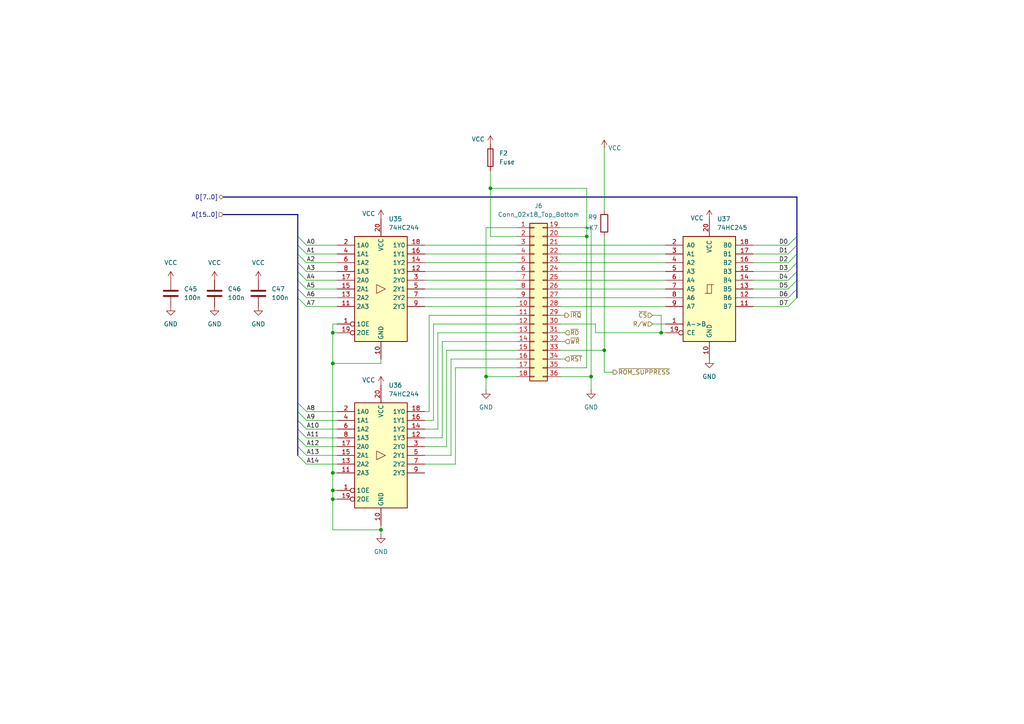
<source format=kicad_sch>
(kicad_sch (version 20231120) (generator "eeschema") (generator_version "8.0")
  (paper "A4")
  (lib_symbols
    (symbol "74xx:74HC244"
      (property "Reference" "U" (at -7.62 16.51 0))
      (property "Value" "74HC244" (at -7.62 -16.51 0))
      (symbol "74HC244_1_0"
        (polyline (pts (xy 1.27 0) (xy -1.27 1.27) (xy -1.27 -1.27) (xy 1.27 0)) (stroke (width 0.1524)))
        (pin input inverted (at -12.7 -10.16 0) (length 5.08) (name "1OE") (number "1"))
        (pin power_in line (at 0 -20.32 90) (length 5.08) (name "GND") (number "10"))
        (pin input line (at -12.7 -5.08 0) (length 5.08) (name "2A3") (number "11"))
        (pin tri_state line (at 12.7 5.08 180) (length 5.08) (name "1Y3") (number "12"))
        (pin input line (at -12.7 -2.54 0) (length 5.08) (name "2A2") (number "13"))
        (pin tri_state line (at 12.7 7.62 180) (length 5.08) (name "1Y2") (number "14"))
        (pin input line (at -12.7 0 0) (length 5.08) (name "2A1") (number "15"))
        (pin tri_state line (at 12.7 10.16 180) (length 5.08) (name "1Y1") (number "16"))
        (pin input line (at -12.7 2.54 0) (length 5.08) (name "2A0") (number "17"))
        (pin tri_state line (at 12.7 12.7 180) (length 5.08) (name "1Y0") (number "18"))
        (pin input inverted (at -12.7 -12.7 0) (length 5.08) (name "2OE") (number "19"))
        (pin input line (at -12.7 12.7 0) (length 5.08) (name "1A0") (number "2"))
        (pin power_in line (at 0 20.32 270) (length 5.08) (name "VCC") (number "20"))
        (pin tri_state line (at 12.7 2.54 180) (length 5.08) (name "2Y0") (number "3"))
        (pin input line (at -12.7 10.16 0) (length 5.08) (name "1A1") (number "4"))
        (pin tri_state line (at 12.7 0 180) (length 5.08) (name "2Y1") (number "5"))
        (pin input line (at -12.7 7.62 0) (length 5.08) (name "1A2") (number "6"))
        (pin tri_state line (at 12.7 -2.54 180) (length 5.08) (name "2Y2") (number "7"))
        (pin input line (at -12.7 5.08 0) (length 5.08) (name "1A3") (number "8"))
        (pin tri_state line (at 12.7 -5.08 180) (length 5.08) (name "2Y3") (number "9"))
      )
      (symbol "74HC244_1_1"
        (rectangle (start -7.62 15.24) (end 7.62 -15.24) (stroke (width 0.254)) (fill (type background)))
      )
    )
    (symbol "74xx:74HC245" (pin_names (offset 1.016))
      (property "Reference" "U" (at -7.62 16.51 0))
      (property "Value" "74HC245" (at -7.62 -16.51 0))
      (symbol "74HC245_1_0"
        (polyline (pts (xy -0.635 -1.27) (xy -0.635 1.27) (xy 0.635 1.27)))
        (polyline (pts (xy -1.27 -1.27) (xy 0.635 -1.27) (xy 0.635 1.27) (xy 1.27 1.27)))
        (pin input line (at -12.7 -10.16 0) (length 5.08) (name "A->B") (number "1"))
        (pin power_in line (at 0 -20.32 90) (length 5.08) (name "GND") (number "10"))
        (pin tri_state line (at 12.7 -5.08 180) (length 5.08) (name "B7") (number "11"))
        (pin tri_state line (at 12.7 -2.54 180) (length 5.08) (name "B6") (number "12"))
        (pin tri_state line (at 12.7 0 180) (length 5.08) (name "B5") (number "13"))
        (pin tri_state line (at 12.7 2.54 180) (length 5.08) (name "B4") (number "14"))
        (pin tri_state line (at 12.7 5.08 180) (length 5.08) (name "B3") (number "15"))
        (pin tri_state line (at 12.7 7.62 180) (length 5.08) (name "B2") (number "16"))
        (pin tri_state line (at 12.7 10.16 180) (length 5.08) (name "B1") (number "17"))
        (pin tri_state line (at 12.7 12.7 180) (length 5.08) (name "B0") (number "18"))
        (pin input inverted (at -12.7 -12.7 0) (length 5.08) (name "CE") (number "19"))
        (pin tri_state line (at -12.7 12.7 0) (length 5.08) (name "A0") (number "2"))
        (pin power_in line (at 0 20.32 270) (length 5.08) (name "VCC") (number "20"))
        (pin tri_state line (at -12.7 10.16 0) (length 5.08) (name "A1") (number "3"))
        (pin tri_state line (at -12.7 7.62 0) (length 5.08) (name "A2") (number "4"))
        (pin tri_state line (at -12.7 5.08 0) (length 5.08) (name "A3") (number "5"))
        (pin tri_state line (at -12.7 2.54 0) (length 5.08) (name "A4") (number "6"))
        (pin tri_state line (at -12.7 0 0) (length 5.08) (name "A5") (number "7"))
        (pin tri_state line (at -12.7 -2.54 0) (length 5.08) (name "A6") (number "8"))
        (pin tri_state line (at -12.7 -5.08 0) (length 5.08) (name "A7") (number "9"))
      )
      (symbol "74HC245_1_1"
        (rectangle (start -7.62 15.24) (end 7.62 -15.24) (stroke (width 0.254)) (fill (type background)))
      )
    )
    (symbol "Connector_Generic:Conn_02x18_Top_Bottom" (pin_names (offset 1.016) hide)
      (property "Reference" "J" (at 1.27 22.86 0))
      (property "Value" "Conn_02x18_Top_Bottom" (at 1.27 -25.4 0))
      (symbol "Conn_02x18_Top_Bottom_1_1"
        (rectangle (start -1.27 -22.733) (end 0 -22.987) (stroke (width 0.1524)))
        (rectangle (start -1.27 -20.193) (end 0 -20.447) (stroke (width 0.1524)))
        (rectangle (start -1.27 -17.653) (end 0 -17.907) (stroke (width 0.1524)))
        (rectangle (start -1.27 -15.113) (end 0 -15.367) (stroke (width 0.1524)))
        (rectangle (start -1.27 -12.573) (end 0 -12.827) (stroke (width 0.1524)))
        (rectangle (start -1.27 -10.033) (end 0 -10.287) (stroke (width 0.1524)))
        (rectangle (start -1.27 -7.493) (end 0 -7.747) (stroke (width 0.1524)))
        (rectangle (start -1.27 -4.953) (end 0 -5.207) (stroke (width 0.1524)))
        (rectangle (start -1.27 -2.413) (end 0 -2.667) (stroke (width 0.1524)))
        (rectangle (start -1.27 0.127) (end 0 -0.127) (stroke (width 0.1524)))
        (rectangle (start -1.27 2.667) (end 0 2.413) (stroke (width 0.1524)))
        (rectangle (start -1.27 5.207) (end 0 4.953) (stroke (width 0.1524)))
        (rectangle (start -1.27 7.747) (end 0 7.493) (stroke (width 0.1524)))
        (rectangle (start -1.27 10.287) (end 0 10.033) (stroke (width 0.1524)))
        (rectangle (start -1.27 12.827) (end 0 12.573) (stroke (width 0.1524)))
        (rectangle (start -1.27 15.367) (end 0 15.113) (stroke (width 0.1524)))
        (rectangle (start -1.27 17.907) (end 0 17.653) (stroke (width 0.1524)))
        (rectangle (start -1.27 20.447) (end 0 20.193) (stroke (width 0.1524)))
        (rectangle (start -1.27 21.59) (end 3.81 -24.13) (stroke (width 0.254)) (fill (type background)))
        (rectangle (start 3.81 -22.733) (end 2.54 -22.987) (stroke (width 0.1524)))
        (rectangle (start 3.81 -20.193) (end 2.54 -20.447) (stroke (width 0.1524)))
        (rectangle (start 3.81 -17.653) (end 2.54 -17.907) (stroke (width 0.1524)))
        (rectangle (start 3.81 -15.113) (end 2.54 -15.367) (stroke (width 0.1524)))
        (rectangle (start 3.81 -12.573) (end 2.54 -12.827) (stroke (width 0.1524)))
        (rectangle (start 3.81 -10.033) (end 2.54 -10.287) (stroke (width 0.1524)))
        (rectangle (start 3.81 -7.493) (end 2.54 -7.747) (stroke (width 0.1524)))
        (rectangle (start 3.81 -4.953) (end 2.54 -5.207) (stroke (width 0.1524)))
        (rectangle (start 3.81 -2.413) (end 2.54 -2.667) (stroke (width 0.1524)))
        (rectangle (start 3.81 0.127) (end 2.54 -0.127) (stroke (width 0.1524)))
        (rectangle (start 3.81 2.667) (end 2.54 2.413) (stroke (width 0.1524)))
        (rectangle (start 3.81 5.207) (end 2.54 4.953) (stroke (width 0.1524)))
        (rectangle (start 3.81 7.747) (end 2.54 7.493) (stroke (width 0.1524)))
        (rectangle (start 3.81 10.287) (end 2.54 10.033) (stroke (width 0.1524)))
        (rectangle (start 3.81 12.827) (end 2.54 12.573) (stroke (width 0.1524)))
        (rectangle (start 3.81 15.367) (end 2.54 15.113) (stroke (width 0.1524)))
        (rectangle (start 3.81 17.907) (end 2.54 17.653) (stroke (width 0.1524)))
        (rectangle (start 3.81 20.447) (end 2.54 20.193) (stroke (width 0.1524)))
        (pin passive line (at -5.08 20.32 0) (length 3.81) (name "Pin_1") (number "1"))
        (pin passive line (at -5.08 -2.54 0) (length 3.81) (name "Pin_10") (number "10"))
        (pin passive line (at -5.08 -5.08 0) (length 3.81) (name "Pin_11") (number "11"))
        (pin passive line (at -5.08 -7.62 0) (length 3.81) (name "Pin_12") (number "12"))
        (pin passive line (at -5.08 -10.16 0) (length 3.81) (name "Pin_13") (number "13"))
        (pin passive line (at -5.08 -12.7 0) (length 3.81) (name "Pin_14") (number "14"))
        (pin passive line (at -5.08 -15.24 0) (length 3.81) (name "Pin_15") (number "15"))
        (pin passive line (at -5.08 -17.78 0) (length 3.81) (name "Pin_16") (number "16"))
        (pin passive line (at -5.08 -20.32 0) (length 3.81) (name "Pin_17") (number "17"))
        (pin passive line (at -5.08 -22.86 0) (length 3.81) (name "Pin_18") (number "18"))
        (pin passive line (at 7.62 20.32 180) (length 3.81) (name "Pin_19") (number "19"))
        (pin passive line (at -5.08 17.78 0) (length 3.81) (name "Pin_2") (number "2"))
        (pin passive line (at 7.62 17.78 180) (length 3.81) (name "Pin_20") (number "20"))
        (pin passive line (at 7.62 15.24 180) (length 3.81) (name "Pin_21") (number "21"))
        (pin passive line (at 7.62 12.7 180) (length 3.81) (name "Pin_22") (number "22"))
        (pin passive line (at 7.62 10.16 180) (length 3.81) (name "Pin_23") (number "23"))
        (pin passive line (at 7.62 7.62 180) (length 3.81) (name "Pin_24") (number "24"))
        (pin passive line (at 7.62 5.08 180) (length 3.81) (name "Pin_25") (number "25"))
        (pin passive line (at 7.62 2.54 180) (length 3.81) (name "Pin_26") (number "26"))
        (pin passive line (at 7.62 0 180) (length 3.81) (name "Pin_27") (number "27"))
        (pin passive line (at 7.62 -2.54 180) (length 3.81) (name "Pin_28") (number "28"))
        (pin passive line (at 7.62 -5.08 180) (length 3.81) (name "Pin_29") (number "29"))
        (pin passive line (at -5.08 15.24 0) (length 3.81) (name "Pin_3") (number "3"))
        (pin passive line (at 7.62 -7.62 180) (length 3.81) (name "Pin_30") (number "30"))
        (pin passive line (at 7.62 -10.16 180) (length 3.81) (name "Pin_31") (number "31"))
        (pin passive line (at 7.62 -12.7 180) (length 3.81) (name "Pin_32") (number "32"))
        (pin passive line (at 7.62 -15.24 180) (length 3.81) (name "Pin_33") (number "33"))
        (pin passive line (at 7.62 -17.78 180) (length 3.81) (name "Pin_34") (number "34"))
        (pin passive line (at 7.62 -20.32 180) (length 3.81) (name "Pin_35") (number "35"))
        (pin passive line (at 7.62 -22.86 180) (length 3.81) (name "Pin_36") (number "36"))
        (pin passive line (at -5.08 12.7 0) (length 3.81) (name "Pin_4") (number "4"))
        (pin passive line (at -5.08 10.16 0) (length 3.81) (name "Pin_5") (number "5"))
        (pin passive line (at -5.08 7.62 0) (length 3.81) (name "Pin_6") (number "6"))
        (pin passive line (at -5.08 5.08 0) (length 3.81) (name "Pin_7") (number "7"))
        (pin passive line (at -5.08 2.54 0) (length 3.81) (name "Pin_8") (number "8"))
        (pin passive line (at -5.08 0 0) (length 3.81) (name "Pin_9") (number "9"))
      )
    )
    (symbol "Device:C" (pin_numbers hide) (pin_names (offset 0.254))
      (property "Reference" "C" (at 0.635 2.54 0))
      (property "Value" "C" (at 0.635 -2.54 0))
      (symbol "C_0_1"
        (polyline (pts (xy -2.032 -0.762) (xy 2.032 -0.762)) (stroke (width 0.508)))
        (polyline (pts (xy -2.032 0.762) (xy 2.032 0.762)) (stroke (width 0.508)))
      )
      (symbol "C_1_1"
        (pin passive line (at 0 3.81 270) (length 2.794) (name "~") (number "1"))
        (pin passive line (at 0 -3.81 90) (length 2.794) (name "~") (number "2"))
      )
    )
    (symbol "Device:Fuse" (pin_numbers hide) (pin_names (offset 0))
      (property "Reference" "F" (at 2.032 0 90))
      (property "Value" "Fuse" (at -1.905 0 90))
      (symbol "Fuse_0_1"
        (rectangle (start -0.762 -2.54) (end 0.762 2.54) (stroke (width 0.254)))
        (polyline (pts (xy 0 2.54) (xy 0 -2.54)))
      )
      (symbol "Fuse_1_1"
        (pin passive line (at 0 3.81 270) (length 1.27) (name "~") (number "1"))
        (pin passive line (at 0 -3.81 90) (length 1.27) (name "~") (number "2"))
      )
    )
    (symbol "Device:R" (pin_numbers hide) (pin_names (offset 0))
      (property "Reference" "R" (at 2.032 0 90))
      (property "Value" "R" (at 0 0 90))
      (symbol "R_0_1"
        (rectangle (start -1.016 -2.54) (end 1.016 2.54) (stroke (width 0.254)))
      )
      (symbol "R_1_1"
        (pin passive line (at 0 3.81 270) (length 1.27) (name "~") (number "1"))
        (pin passive line (at 0 -3.81 90) (length 1.27) (name "~") (number "2"))
      )
    )
    (symbol "power:GND" (power) (pin_numbers hide) (pin_names (offset 0) hide)
      (property "Value" "GND" (at 0 -3.81 0))
      (symbol "GND_0_1"
        (polyline (pts (xy 0 0) (xy 0 -1.27) (xy 1.27 -1.27) (xy 0 -2.54) (xy -1.27 -1.27) (xy 0 -1.27)))
      )
      (symbol "GND_1_1"
        (pin power_in line (at 0 0 270) (length 0) (name "~") (number "1"))
      )
    )
    (symbol "power:VCC" (power) (pin_numbers hide) (pin_names (offset 0) hide)
      (property "Value" "VCC" (at 0 3.556 0))
      (symbol "VCC_0_1"
        (polyline (pts (xy -0.762 1.27) (xy 0 2.54)))
        (polyline (pts (xy 0 0) (xy 0 2.54)))
        (polyline (pts (xy 0 2.54) (xy 0.762 1.27)))
      )
      (symbol "VCC_1_1"
        (pin power_in line (at 0 0 90) (length 0) (name "~") (number "1"))
      )
    )
  )
  (junction (at 96.52 105.41))
  (junction (at 171.45 109.22))
  (junction (at 96.52 137.16))
  (junction (at 140.97 109.22))
  (junction (at 142.24 54.61))
  (junction (at 170.18 68.58))
  (junction (at 191.77 96.52))
  (junction (at 110.49 153.67))
  (junction (at 175.26 101.6))
  (junction (at 96.52 142.24))
  (junction (at 96.52 144.78))
  (junction (at 96.52 96.52))
  (bus_entry (at 86.36 129.54) (size 2.54 2.54))
  (bus_entry (at 231.14 78.74) (size -2.54 2.54))
  (bus_entry (at 86.36 71.12) (size 2.54 2.54))
  (bus_entry (at 86.36 116.84) (size 2.54 2.54))
  (bus_entry (at 86.36 73.66) (size 2.54 2.54))
  (bus_entry (at 231.14 68.58) (size -2.54 2.54))
  (bus_entry (at 86.36 76.2) (size 2.54 2.54))
  (bus_entry (at 231.14 73.66) (size -2.54 2.54))
  (bus_entry (at 86.36 132.08) (size 2.54 2.54))
  (bus_entry (at 86.36 81.28) (size 2.54 2.54))
  (bus_entry (at 231.14 71.12) (size -2.54 2.54))
  (bus_entry (at 231.14 76.2) (size -2.54 2.54))
  (bus_entry (at 86.36 127) (size 2.54 2.54))
  (bus_entry (at 231.14 86.36) (size -2.54 2.54))
  (bus_entry (at 86.36 121.92) (size 2.54 2.54))
  (bus_entry (at 86.36 124.46) (size 2.54 2.54))
  (bus_entry (at 86.36 68.58) (size 2.54 2.54))
  (bus_entry (at 231.14 81.28) (size -2.54 2.54))
  (bus_entry (at 86.36 119.38) (size 2.54 2.54))
  (bus_entry (at 86.36 86.36) (size 2.54 2.54))
  (bus_entry (at 231.14 83.82) (size -2.54 2.54))
  (bus_entry (at 86.36 83.82) (size 2.54 2.54))
  (bus_entry (at 86.36 78.74) (size 2.54 2.54))
  (wire (pts (xy 218.44 88.9) (xy 228.6 88.9)))
  (wire (pts (xy 123.19 88.9) (xy 149.86 88.9)))
  (wire (pts (xy 172.72 96.52) (xy 191.77 96.52)))
  (wire (pts (xy 88.9 78.74) (xy 97.79 78.74)))
  (wire (pts (xy 191.77 91.44) (xy 191.77 96.52)))
  (wire (pts (xy 218.44 78.74) (xy 228.6 78.74)))
  (bus (pts (xy 86.36 119.38) (xy 86.36 121.92)))
  (wire (pts (xy 189.23 91.44) (xy 191.77 91.44)))
  (wire (pts (xy 129.54 101.6) (xy 149.86 101.6)))
  (wire (pts (xy 123.19 71.12) (xy 149.86 71.12)))
  (wire (pts (xy 123.19 78.74) (xy 149.86 78.74)))
  (wire (pts (xy 218.44 73.66) (xy 228.6 73.66)))
  (wire (pts (xy 110.49 152.4) (xy 110.49 153.67)))
  (wire (pts (xy 88.9 83.82) (xy 97.79 83.82)))
  (bus (pts (xy 86.36 83.82) (xy 86.36 86.36)))
  (wire (pts (xy 162.56 96.52) (xy 163.83 96.52)))
  (wire (pts (xy 96.52 105.41) (xy 110.49 105.41)))
  (wire (pts (xy 142.24 54.61) (xy 142.24 68.58)))
  (wire (pts (xy 162.56 76.2) (xy 193.04 76.2)))
  (wire (pts (xy 88.9 88.9) (xy 97.79 88.9)))
  (wire (pts (xy 162.56 81.28) (xy 193.04 81.28)))
  (bus (pts (xy 231.14 78.74) (xy 231.14 76.2)))
  (wire (pts (xy 162.56 91.44) (xy 163.83 91.44)))
  (bus (pts (xy 231.14 76.2) (xy 231.14 73.66)))
  (wire (pts (xy 171.45 66.04) (xy 171.45 109.22)))
  (wire (pts (xy 130.81 132.08) (xy 130.81 104.14)))
  (wire (pts (xy 132.08 134.62) (xy 132.08 106.68)))
  (wire (pts (xy 96.52 144.78) (xy 96.52 142.24)))
  (wire (pts (xy 123.19 124.46) (xy 127 124.46)))
  (wire (pts (xy 123.19 134.62) (xy 132.08 134.62)))
  (wire (pts (xy 140.97 109.22) (xy 149.86 109.22)))
  (bus (pts (xy 64.77 57.15) (xy 231.14 57.15)))
  (wire (pts (xy 130.81 104.14) (xy 149.86 104.14)))
  (wire (pts (xy 172.72 93.98) (xy 162.56 93.98)))
  (wire (pts (xy 140.97 66.04) (xy 149.86 66.04)))
  (wire (pts (xy 170.18 54.61) (xy 142.24 54.61)))
  (wire (pts (xy 191.77 96.52) (xy 193.04 96.52)))
  (wire (pts (xy 123.19 76.2) (xy 149.86 76.2)))
  (wire (pts (xy 162.56 88.9) (xy 193.04 88.9)))
  (wire (pts (xy 140.97 66.04) (xy 140.97 109.22)))
  (wire (pts (xy 88.9 71.12) (xy 97.79 71.12)))
  (wire (pts (xy 218.44 76.2) (xy 228.6 76.2)))
  (wire (pts (xy 123.19 83.82) (xy 149.86 83.82)))
  (wire (pts (xy 162.56 101.6) (xy 175.26 101.6)))
  (bus (pts (xy 86.36 129.54) (xy 86.36 132.08)))
  (wire (pts (xy 96.52 137.16) (xy 97.79 137.16)))
  (wire (pts (xy 172.72 93.98) (xy 172.72 96.52)))
  (wire (pts (xy 162.56 73.66) (xy 193.04 73.66)))
  (wire (pts (xy 132.08 106.68) (xy 149.86 106.68)))
  (wire (pts (xy 177.8 107.95) (xy 175.26 107.95)))
  (bus (pts (xy 86.36 62.23) (xy 86.36 68.58)))
  (bus (pts (xy 86.36 81.28) (xy 86.36 83.82)))
  (wire (pts (xy 88.9 129.54) (xy 97.79 129.54)))
  (wire (pts (xy 123.19 132.08) (xy 130.81 132.08)))
  (wire (pts (xy 96.52 142.24) (xy 96.52 137.16)))
  (bus (pts (xy 86.36 86.36) (xy 86.36 116.84)))
  (wire (pts (xy 140.97 113.03) (xy 140.97 109.22)))
  (wire (pts (xy 170.18 106.68) (xy 170.18 68.58)))
  (wire (pts (xy 88.9 127) (xy 97.79 127)))
  (wire (pts (xy 162.56 66.04) (xy 171.45 66.04)))
  (wire (pts (xy 218.44 83.82) (xy 228.6 83.82)))
  (wire (pts (xy 96.52 105.41) (xy 96.52 96.52)))
  (wire (pts (xy 88.9 134.62) (xy 97.79 134.62)))
  (bus (pts (xy 231.14 83.82) (xy 231.14 81.28)))
  (wire (pts (xy 96.52 153.67) (xy 96.52 144.78)))
  (wire (pts (xy 88.9 73.66) (xy 97.79 73.66)))
  (bus (pts (xy 231.14 81.28) (xy 231.14 78.74)))
  (wire (pts (xy 170.18 54.61) (xy 170.18 68.58)))
  (wire (pts (xy 123.19 81.28) (xy 149.86 81.28)))
  (bus (pts (xy 64.77 62.23) (xy 86.36 62.23)))
  (wire (pts (xy 110.49 104.14) (xy 110.49 105.41)))
  (wire (pts (xy 162.56 99.06) (xy 163.83 99.06)))
  (wire (pts (xy 97.79 144.78) (xy 96.52 144.78)))
  (bus (pts (xy 86.36 73.66) (xy 86.36 76.2)))
  (wire (pts (xy 125.73 93.98) (xy 149.86 93.98)))
  (wire (pts (xy 88.9 124.46) (xy 97.79 124.46)))
  (bus (pts (xy 86.36 121.92) (xy 86.36 124.46)))
  (bus (pts (xy 86.36 116.84) (xy 86.36 119.38)))
  (wire (pts (xy 125.73 121.92) (xy 125.73 93.98)))
  (wire (pts (xy 162.56 109.22) (xy 171.45 109.22)))
  (bus (pts (xy 86.36 76.2) (xy 86.36 78.74)))
  (wire (pts (xy 96.52 137.16) (xy 96.52 105.41)))
  (wire (pts (xy 88.9 119.38) (xy 97.79 119.38)))
  (wire (pts (xy 123.19 73.66) (xy 149.86 73.66)))
  (wire (pts (xy 123.19 129.54) (xy 129.54 129.54)))
  (wire (pts (xy 128.27 127) (xy 128.27 99.06)))
  (wire (pts (xy 96.52 96.52) (xy 97.79 96.52)))
  (wire (pts (xy 127 96.52) (xy 149.86 96.52)))
  (wire (pts (xy 162.56 68.58) (xy 170.18 68.58)))
  (bus (pts (xy 86.36 68.58) (xy 86.36 71.12)))
  (wire (pts (xy 129.54 129.54) (xy 129.54 101.6)))
  (wire (pts (xy 218.44 86.36) (xy 228.6 86.36)))
  (wire (pts (xy 110.49 153.67) (xy 110.49 154.94)))
  (wire (pts (xy 123.19 121.92) (xy 125.73 121.92)))
  (wire (pts (xy 175.26 107.95) (xy 175.26 101.6)))
  (wire (pts (xy 96.52 93.98) (xy 97.79 93.98)))
  (wire (pts (xy 96.52 96.52) (xy 96.52 93.98)))
  (wire (pts (xy 127 124.46) (xy 127 96.52)))
  (wire (pts (xy 171.45 109.22) (xy 171.45 113.03)))
  (bus (pts (xy 86.36 127) (xy 86.36 129.54)))
  (wire (pts (xy 128.27 99.06) (xy 149.86 99.06)))
  (bus (pts (xy 231.14 86.36) (xy 231.14 83.82)))
  (wire (pts (xy 142.24 54.61) (xy 142.24 49.53)))
  (wire (pts (xy 162.56 83.82) (xy 193.04 83.82)))
  (wire (pts (xy 149.86 68.58) (xy 142.24 68.58)))
  (bus (pts (xy 86.36 124.46) (xy 86.36 127)))
  (bus (pts (xy 231.14 71.12) (xy 231.14 68.58)))
  (wire (pts (xy 162.56 106.68) (xy 170.18 106.68)))
  (wire (pts (xy 162.56 78.74) (xy 193.04 78.74)))
  (wire (pts (xy 162.56 86.36) (xy 193.04 86.36)))
  (wire (pts (xy 175.26 43.18) (xy 175.26 60.96)))
  (bus (pts (xy 231.14 68.58) (xy 231.14 57.15)))
  (bus (pts (xy 231.14 73.66) (xy 231.14 71.12)))
  (wire (pts (xy 88.9 76.2) (xy 97.79 76.2)))
  (bus (pts (xy 86.36 71.12) (xy 86.36 73.66)))
  (wire (pts (xy 123.19 127) (xy 128.27 127)))
  (wire (pts (xy 88.9 86.36) (xy 97.79 86.36)))
  (wire (pts (xy 88.9 132.08) (xy 97.79 132.08)))
  (wire (pts (xy 110.49 153.67) (xy 96.52 153.67)))
  (wire (pts (xy 162.56 71.12) (xy 193.04 71.12)))
  (wire (pts (xy 124.46 91.44) (xy 149.86 91.44)))
  (wire (pts (xy 162.56 104.14) (xy 163.83 104.14)))
  (wire (pts (xy 123.19 86.36) (xy 149.86 86.36)))
  (wire (pts (xy 218.44 71.12) (xy 228.6 71.12)))
  (wire (pts (xy 218.44 81.28) (xy 228.6 81.28)))
  (bus (pts (xy 86.36 78.74) (xy 86.36 81.28)))
  (wire (pts (xy 175.26 101.6) (xy 175.26 68.58)))
  (wire (pts (xy 88.9 121.92) (xy 97.79 121.92)))
  (wire (pts (xy 88.9 81.28) (xy 97.79 81.28)))
  (wire (pts (xy 124.46 119.38) (xy 124.46 91.44)))
  (wire (pts (xy 189.23 93.98) (xy 193.04 93.98)))
  (wire (pts (xy 123.19 119.38) (xy 124.46 119.38)))
  (wire (pts (xy 97.79 142.24) (xy 96.52 142.24)))
  (label "A8" (at 88.9 119.38 0))
  (label "A9" (at 88.9 121.92 0))
  (label "D4" (at 228.6 81.28 180))
  (label "A2" (at 88.9 76.2 0))
  (label "A11" (at 88.9 127 0))
  (label "D0" (at 228.6 71.12 180))
  (label "D7" (at 228.6 88.9 180))
  (label "A14" (at 88.9 134.62 0))
  (label "A7" (at 88.9 88.9 0))
  (label "A10" (at 88.9 124.46 0))
  (label "A12" (at 88.9 129.54 0))
  (label "D3" (at 228.6 78.74 180))
  (label "A3" (at 88.9 78.74 0))
  (label "A5" (at 88.9 83.82 0))
  (label "D1" (at 228.6 73.66 180))
  (label "A4" (at 88.9 81.28 0))
  (label "A0" (at 88.9 71.12 0))
  (label "A13" (at 88.9 132.08 0))
  (label "D2" (at 228.6 76.2 180))
  (label "D6" (at 228.6 86.36 180))
  (label "A1" (at 88.9 73.66 0))
  (label "D5" (at 228.6 83.82 180))
  (label "A6" (at 88.9 86.36 0))
  (hierarchical_label "~{WR}" (shape input) (at 163.83 99.06 0))
  (hierarchical_label "R{slash}W" (shape input) (at 189.23 93.98 180))
  (hierarchical_label "~{ROM_SUPPRESS}" (shape output) (at 177.8 107.95 0))
  (hierarchical_label "~{CS}" (shape input) (at 189.23 91.44 180))
  (hierarchical_label "D[7..0]" (shape bidirectional) (at 64.77 57.15 180))
  (hierarchical_label "~{RD}" (shape input) (at 163.83 96.52 0))
  (hierarchical_label "A[15..0]" (shape input) (at 64.77 62.23 180))
  (hierarchical_label "~{RST}" (shape input) (at 163.83 104.14 0))
  (hierarchical_label "~{IRQ}" (shape output) (at 163.83 91.44 0))
  (symbol (lib_id "Device:C") (at 74.93 85.09 0) (unit 1)
    (property "Reference" "C47" (at 78.74 83.8199 0) (effects (justify left)))
    (property "Value" "100n" (at 78.74 86.3599 0) (effects (justify left)))
    (property "Footprint" "Capacitor_THT:C_Disc_D5.0mm_W2.5mm_P2.50mm" (effects (hide yes)))
    (property "Description" "Unpolarized capacitor" (effects (hide yes)))
  )
  (symbol (lib_id "power:VCC") (at 62.23 81.28 0) (unit 1)
    (property "Reference" "#PWR0175" (effects (hide yes)))
    (property "Value" "VCC" (at 62.23 76.2 0))
    (property "Description" "Power symbol creates a global label with name \"VCC\"" (effects (hide yes)))
  )
  (symbol (lib_id "74xx:74HC245") (at 205.74 83.82 0) (unit 1)
    (property "Reference" "U37" (at 207.9341 63.5 0) (effects (justify left)))
    (property "Value" "74HC245" (at 207.9341 66.04 0) (effects (justify left)))
    (property "Footprint" "Package_DIP:DIP-20_W7.62mm" (effects (hide yes)))
    (property "Datasheet" "http://www.ti.com/lit/gpn/sn74HC245" (effects (hide yes)))
    (property "Description" "Octal BUS Transceivers, 3-State outputs" (effects (hide yes)))
  )
  (symbol (lib_id "power:GND") (at 62.23 88.9 0) (unit 1)
    (property "Reference" "#PWR0176" (effects (hide yes)))
    (property "Value" "GND" (at 62.23 93.98 0))
    (property "Description" "Power symbol creates a global label with name \"GND\" , ground" (effects (hide yes)))
  )
  (symbol (lib_id "power:VCC") (at 74.93 81.28 0) (unit 1)
    (property "Reference" "#PWR0177" (effects (hide yes)))
    (property "Value" "VCC" (at 74.93 76.2 0))
    (property "Description" "Power symbol creates a global label with name \"VCC\"" (effects (hide yes)))
  )
  (symbol (lib_id "power:VCC") (at 110.49 111.76 0) (unit 1)
    (property "Reference" "#PWR089" (effects (hide yes)))
    (property "Value" "VCC" (at 106.934 110.236 0))
    (property "Description" "Power symbol creates a global label with name \"VCC\"" (effects (hide yes)))
  )
  (symbol (lib_id "Device:C") (at 62.23 85.09 0) (unit 1)
    (property "Reference" "C46" (at 66.04 83.8199 0) (effects (justify left)))
    (property "Value" "100n" (at 66.04 86.3599 0) (effects (justify left)))
    (property "Footprint" "Capacitor_THT:C_Disc_D5.0mm_W2.5mm_P2.50mm" (effects (hide yes)))
    (property "Description" "Unpolarized capacitor" (effects (hide yes)))
  )
  (symbol (lib_id "power:VCC") (at 142.24 41.91 0) (unit 1)
    (property "Reference" "#PWR0192" (effects (hide yes)))
    (property "Value" "VCC" (at 138.684 40.386 0))
    (property "Description" "Power symbol creates a global label with name \"VCC\"" (effects (hide yes)))
  )
  (symbol (lib_id "power:GND") (at 49.53 88.9 0) (unit 1)
    (property "Reference" "#PWR0174" (effects (hide yes)))
    (property "Value" "GND" (at 49.53 93.98 0))
    (property "Description" "Power symbol creates a global label with name \"GND\" , ground" (effects (hide yes)))
  )
  (symbol (lib_id "power:GND") (at 74.93 88.9 0) (unit 1)
    (property "Reference" "#PWR0178" (effects (hide yes)))
    (property "Value" "GND" (at 74.93 93.98 0))
    (property "Description" "Power symbol creates a global label with name \"GND\" , ground" (effects (hide yes)))
  )
  (symbol (lib_id "Connector_Generic:Conn_02x18_Top_Bottom") (at 154.94 86.36 0) (unit 1)
    (property "Reference" "J6" (at 156.21 59.69 0))
    (property "Value" "Conn_02x18_Top_Bottom" (at 156.21 62.23 0))
    (property "Footprint" "8bits:EDGE_2x18" (effects (hide yes)))
    (property "Description" "Generic connector, double row, 02x18, top/bottom pin numbering scheme (row 1: 1...pins_per_row, row2: pins_per_row+1 ... num_pins), script generated (kicad-library-utils/schlib/autogen/connector/)" (effects (hide yes)))
  )
  (symbol (lib_id "Device:R") (at 175.26 64.77 0) (mirror y) (unit 1)
    (property "Reference" "R9" (at 173.228 62.992 0) (effects (justify left)))
    (property "Value" "4K7" (at 173.482 66.04 0) (effects (justify left)))
    (property "Footprint" "Resistor_THT:R_Axial_DIN0207_L6.3mm_D2.5mm_P7.62mm_Horizontal" (effects (hide yes)))
    (property "Description" "Resistor" (effects (hide yes)))
  )
  (symbol (lib_id "power:GND") (at 205.74 104.14 0) (unit 1)
    (property "Reference" "#PWR096" (effects (hide yes)))
    (property "Value" "GND" (at 205.74 109.22 0))
    (property "Description" "Power symbol creates a global label with name \"GND\" , ground" (effects (hide yes)))
  )
  (symbol (lib_id "power:GND") (at 171.45 113.03 0) (unit 1)
    (property "Reference" "#PWR098" (effects (hide yes)))
    (property "Value" "GND" (at 171.45 118.11 0))
    (property "Description" "Power symbol creates a global label with name \"GND\" , ground" (effects (hide yes)))
  )
  (symbol (lib_id "power:GND") (at 140.97 113.03 0) (unit 1)
    (property "Reference" "#PWR097" (effects (hide yes)))
    (property "Value" "GND" (at 140.97 118.11 0))
    (property "Description" "Power symbol creates a global label with name \"GND\" , ground" (effects (hide yes)))
  )
  (symbol (lib_id "power:VCC") (at 205.74 63.5 0) (unit 1)
    (property "Reference" "#PWR099" (effects (hide yes)))
    (property "Value" "VCC" (at 202.184 63.246 0))
    (property "Description" "Power symbol creates a global label with name \"VCC\"" (effects (hide yes)))
  )
  (symbol (lib_id "power:VCC") (at 175.26 43.18 0) (unit 1)
    (property "Reference" "#PWR039" (effects (hide yes)))
    (property "Value" "VCC" (at 178.308 42.926 0))
    (property "Description" "Power symbol creates a global label with name \"VCC\"" (effects (hide yes)))
  )
  (symbol (lib_id "Device:C") (at 49.53 85.09 0) (unit 1)
    (property "Reference" "C45" (at 53.34 83.8199 0) (effects (justify left)))
    (property "Value" "100n" (at 53.34 86.3599 0) (effects (justify left)))
    (property "Footprint" "Capacitor_THT:C_Disc_D5.0mm_W2.5mm_P2.50mm" (effects (hide yes)))
    (property "Description" "Unpolarized capacitor" (effects (hide yes)))
  )
  (symbol (lib_id "Device:Fuse") (at 142.24 45.72 0) (unit 1)
    (property "Reference" "F2" (at 144.78 44.4499 0) (effects (justify left)))
    (property "Value" "Fuse" (at 144.78 46.9899 0) (effects (justify left)))
    (property "Footprint" "PCM_Fuse_AKL:Fuse_Littelfuse_395Series" (effects (hide yes)))
    (property "Description" "Fuse" (effects (hide yes)))
  )
  (symbol (lib_id "power:VCC") (at 110.49 63.5 0) (unit 1)
    (property "Reference" "#PWR090" (effects (hide yes)))
    (property "Value" "VCC" (at 106.934 61.976 0))
    (property "Description" "Power symbol creates a global label with name \"VCC\"" (effects (hide yes)))
  )
  (symbol (lib_id "74xx:74HC244") (at 110.49 83.82 0) (unit 1)
    (property "Reference" "U35" (at 112.6841 63.5 0) (effects (justify left)))
    (property "Value" "74HC244" (at 112.6841 66.04 0) (effects (justify left)))
    (property "Footprint" "Package_DIP:DIP-20_W7.62mm" (effects (hide yes)))
    (property "Datasheet" "https://assets.nexperia.com/documents/data-sheet/74HC_HCT244.pdf" (effects (hide yes)))
    (property "Description" "8-bit Buffer/Line Driver 3-state" (effects (hide yes)))
  )
  (symbol (lib_id "power:VCC") (at 49.53 81.28 0) (unit 1)
    (property "Reference" "#PWR0173" (effects (hide yes)))
    (property "Value" "VCC" (at 49.53 76.2 0))
    (property "Description" "Power symbol creates a global label with name \"VCC\"" (effects (hide yes)))
  )
  (symbol (lib_id "power:GND") (at 110.49 154.94 0) (unit 1)
    (property "Reference" "#PWR088" (effects (hide yes)))
    (property "Value" "GND" (at 110.49 160.02 0))
    (property "Description" "Power symbol creates a global label with name \"GND\" , ground" (effects (hide yes)))
  )
  (symbol (lib_id "74xx:74HC244") (at 110.49 132.08 0) (unit 1)
    (property "Reference" "U36" (at 112.6841 111.76 0) (effects (justify left)))
    (property "Value" "74HC244" (at 112.6841 114.3 0) (effects (justify left)))
    (property "Footprint" "Package_DIP:DIP-20_W7.62mm" (effects (hide yes)))
    (property "Datasheet" "https://assets.nexperia.com/documents/data-sheet/74HC_HCT244.pdf" (effects (hide yes)))
    (property "Description" "8-bit Buffer/Line Driver 3-state" (effects (hide yes)))
  )
)
</source>
